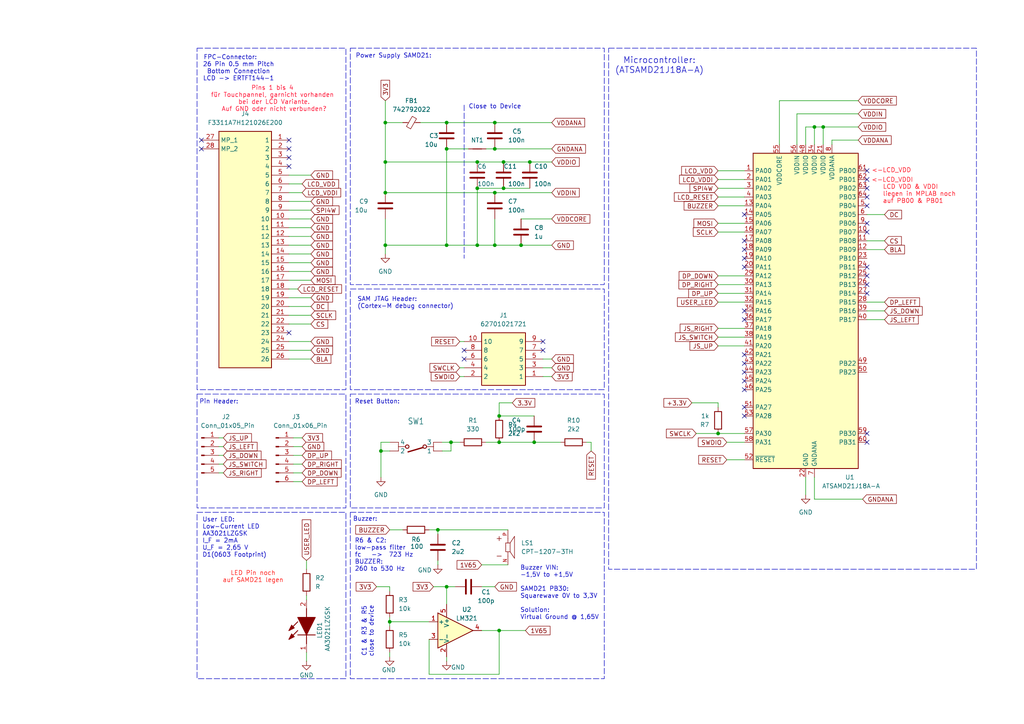
<source format=kicad_sch>
(kicad_sch (version 20250114) (generator "eeschema") (generator_version "9.0")
  (paper "A4")
  (title_block (title "MiniArcadeMainboard") (date "2025-10-29") (rev "A") (company "Felix Neumann"))
  (lib_symbols
    (symbol "Amplifier_Operational:LM321" (pin_names (offset 0.127))
      (property "Reference" "U" (at 0 7.62 0))
      (property "Value" "LM321" (at 0 5.08 0))
      (symbol "LM321_1_1"
        (pin input line (at -7.62 2.54 0) (length 2.54) (name "+") (number "1"))
        (pin input line (at -7.62 -2.54 0) (length 2.54) (name "-") (number "3"))
        (pin power_in line (at -2.54 7.62 270) (length 3.81) (name "V+") (number "5"))
        (pin power_in line (at -2.54 -7.62 90) (length 3.81) (name "V-") (number "2"))
        (pin output line (at 7.62 0 180) (length 2.54) (name "~") (number "4"))
      )
    )
    (symbol "Connector:Conn_01x05_Pin" (pin_names (offset 1.016) (hide yes))
      (property "Reference" "J" (at 0 7.62 0))
      (property "Value" "Conn_01x05_Pin" (at 0 -7.62 0))
      (symbol "Conn_01x05_Pin_1_1"
        (pin passive line (at 5.08 5.08 180) (length 3.81) (name "Pin_1") (number "1"))
        (pin passive line (at 5.08 2.54 180) (length 3.81) (name "Pin_2") (number "2"))
        (pin passive line (at 5.08 0 180) (length 3.81) (name "Pin_3") (number "3"))
        (pin passive line (at 5.08 -2.54 180) (length 3.81) (name "Pin_4") (number "4"))
        (pin passive line (at 5.08 -5.08 180) (length 3.81) (name "Pin_5") (number "5"))
      )
    )
    (symbol "Connector:Conn_01x06_Pin" (pin_names (offset 1.016) (hide yes))
      (property "Reference" "J" (at 0 7.62 0))
      (property "Value" "Conn_01x06_Pin" (at 0 -10.16 0))
      (symbol "Conn_01x06_Pin_1_1"
        (pin passive line (at 5.08 5.08 180) (length 3.81) (name "Pin_1") (number "1"))
        (pin passive line (at 5.08 2.54 180) (length 3.81) (name "Pin_2") (number "2"))
        (pin passive line (at 5.08 0 180) (length 3.81) (name "Pin_3") (number "3"))
        (pin passive line (at 5.08 -2.54 180) (length 3.81) (name "Pin_4") (number "4"))
        (pin passive line (at 5.08 -5.08 180) (length 3.81) (name "Pin_5") (number "5"))
        (pin passive line (at 5.08 -7.62 180) (length 3.81) (name "Pin_6") (number "6"))
      )
    )
    (symbol "Device:C" (pin_numbers (hide yes)) (pin_names (offset 0.254))
      (property "Reference" "C" (at 0.635 2.54 0))
      (property "Value" "C" (at 0.635 -2.54 0))
      (symbol "C_1_1"
        (pin passive line (at 0 3.81 270) (length 2.794) (name "~") (number "1"))
        (pin passive line (at 0 -3.81 90) (length 2.794) (name "~") (number "2"))
      )
    )
    (symbol "Device:FerriteBead_Small" (pin_numbers (hide yes)) (pin_names (offset 0))
      (property "Reference" "FB" (at 1.905 1.27 0))
      (property "Value" "FerriteBead_Small" (at 1.905 -1.27 0))
      (symbol "FerriteBead_Small_1_1"
        (pin passive line (at 0 2.54 270) (length 1.27) (name "~") (number "1"))
        (pin passive line (at 0 -2.54 90) (length 1.27) (name "~") (number "2"))
      )
    )
    (symbol "Device:NetTie_2" (pin_numbers (hide yes)) (pin_names (offset 0) (hide yes)) (in_bom no)
      (property "Reference" "NT" (at 0 1.27 0))
      (property "Value" "NetTie_2" (at 0 -1.27 0))
      (symbol "NetTie_2_1_1"
        (pin passive line (at -2.54 0 0) (length 2.54) (name "1") (number "1"))
        (pin passive line (at 2.54 0 180) (length 2.54) (name "2") (number "2"))
      )
    )
    (symbol "Device:R" (pin_numbers (hide yes)) (pin_names (offset 0))
      (property "Reference" "R" (at 2.032 0 90))
      (property "Value" "R" (at 0 0 90))
      (symbol "R_1_1"
        (pin passive line (at 0 3.81 270) (length 1.27) (name "~") (number "1"))
        (pin passive line (at 0 -3.81 90) (length 1.27) (name "~") (number "2"))
      )
    )
    (symbol "GND_1" (power) (pin_numbers (hide yes)) (pin_names (offset 0) (hide yes))
      (property "Value" "GND" (at 0 -3.81 0))
      (symbol "GND_1_1_1"
        (pin power_in line (at 0 0 270) (length 0) (name "~") (number "1"))
      )
    )
    (symbol "GND_2" (power) (pin_numbers (hide yes)) (pin_names (offset 0) (hide yes))
      (property "Value" "GND" (at 0 -3.81 0))
      (symbol "GND_2_1_1"
        (pin power_in line (at 0 0 270) (length 0) (name "~") (number "1"))
      )
    )
    (symbol "GND_3" (power) (pin_numbers (hide yes)) (pin_names (offset 0) (hide yes))
      (property "Value" "GND" (at 0 -3.81 0))
      (symbol "GND_3_1_1"
        (pin power_in line (at 0 0 270) (length 0) (name "~") (number "1"))
      )
    )
    (symbol "GND_4" (power) (pin_numbers (hide yes)) (pin_names (offset 0) (hide yes))
      (property "Value" "GND" (at 0 -3.81 0))
      (symbol "GND_4_1_1"
        (pin power_in line (at 0 0 270) (length 0) (name "~") (number "1"))
      )
    )
    (symbol "MCU_Microchip_SAMD:ATSAMD21J18A-A"
      (property "Reference" "U" (at -13.97 46.99 0))
      (property "Value" "ATSAMD21J18A-A" (at 16.51 46.99 0))
      (symbol "ATSAMD21J18A-A_1_1"
        (pin bidirectional line (at -17.78 40.64 0) (length 2.54) (name "PA00") (number "1"))
        (pin bidirectional line (at -17.78 38.1 0) (length 2.54) (name "PA01") (number "2"))
        (pin bidirectional line (at -17.78 35.56 0) (length 2.54) (name "PA02") (number "3"))
        (pin bidirectional line (at -17.78 33.02 0) (length 2.54) (name "PA03") (number "4"))
        (pin bidirectional line (at -17.78 30.48 0) (length 2.54) (name "PA04") (number "13"))
        (pin bidirectional line (at -17.78 27.94 0) (length 2.54) (name "PA05") (number "14"))
        (pin bidirectional line (at -17.78 25.4 0) (length 2.54) (name "PA06") (number "15"))
        (pin bidirectional line (at -17.78 22.86 0) (length 2.54) (name "PA07") (number "16"))
        (pin bidirectional line (at -17.78 20.32 0) (length 2.54) (name "PA08") (number "17"))
        (pin bidirectional line (at -17.78 17.78 0) (length 2.54) (name "PA09") (number "18"))
        (pin bidirectional line (at -17.78 15.24 0) (length 2.54) (name "PA10") (number "19"))
        (pin bidirectional line (at -17.78 12.7 0) (length 2.54) (name "PA11") (number "20"))
        (pin bidirectional line (at -17.78 10.16 0) (length 2.54) (name "PA12") (number "29"))
        (pin bidirectional line (at -17.78 7.62 0) (length 2.54) (name "PA13") (number "30"))
        (pin bidirectional line (at -17.78 5.08 0) (length 2.54) (name "PA14") (number "31"))
        (pin bidirectional line (at -17.78 2.54 0) (length 2.54) (name "PA15") (number "32"))
        (pin bidirectional line (at -17.78 0 0) (length 2.54) (name "PA16") (number "35"))
        (pin bidirectional line (at -17.78 -2.54 0) (length 2.54) (name "PA17") (number "36"))
        (pin bidirectional line (at -17.78 -5.08 0) (length 2.54) (name "PA18") (number "37"))
        (pin bidirectional line (at -17.78 -7.62 0) (length 2.54) (name "PA19") (number "38"))
        (pin bidirectional line (at -17.78 -10.16 0) (length 2.54) (name "PA20") (number "41"))
        (pin bidirectional line (at -17.78 -12.7 0) (length 2.54) (name "PA21") (number "42"))
        (pin bidirectional line (at -17.78 -15.24 0) (length 2.54) (name "PA22") (number "43"))
        (pin bidirectional line (at -17.78 -17.78 0) (length 2.54) (name "PA23") (number "44"))
        (pin bidirectional line (at -17.78 -20.32 0) (length 2.54) (name "PA24") (number "45"))
        (pin bidirectional line (at -17.78 -22.86 0) (length 2.54) (name "PA25") (number "46"))
        (pin bidirectional line (at -17.78 -27.94 0) (length 2.54) (name "PA27") (number "51"))
        (pin bidirectional line (at -17.78 -30.48 0) (length 2.54) (name "PA28") (number "53"))
        (pin bidirectional line (at -17.78 -35.56 0) (length 2.54) (name "PA30") (number "57"))
        (pin bidirectional line (at -17.78 -38.1 0) (length 2.54) (name "PA31") (number "58"))
        (pin input line (at -17.78 -43.18 0) (length 2.54) (name "~{RESET}") (number "52"))
        (pin power_out line (at -7.62 48.26 270) (length 2.54) (name "VDDCORE") (number "55"))
        (pin power_in line (at -2.54 48.26 270) (length 2.54) (name "VDDIN") (number "56"))
        (pin power_in line (at 0 48.26 270) (length 2.54) (name "VDDIO") (number "48"))
        (pin power_in line (at 0 -48.26 90) (length 2.54) (name "GND") (number "22"))
        (pin passive line (at 0 -48.26 90) (length 2.54) (hide yes) (name "GND") (number "33"))
        (pin passive line (at 0 -48.26 90) (length 2.54) (hide yes) (name "GND") (number "47"))
        (pin passive line (at 0 -48.26 90) (length 2.54) (hide yes) (name "GND") (number "54"))
        (pin power_in line (at 2.54 48.26 270) (length 2.54) (name "VDDIO") (number "34"))
        (pin power_in line (at 2.54 -48.26 90) (length 2.54) (name "GNDANA") (number "7"))
        (pin power_in line (at 5.08 48.26 270) (length 2.54) (name "VDDIO") (number "21"))
        (pin power_in line (at 7.62 48.26 270) (length 2.54) (name "VDDANA") (number "8"))
        (pin bidirectional line (at 17.78 40.64 180) (length 2.54) (name "PB00") (number "61"))
        (pin bidirectional line (at 17.78 38.1 180) (length 2.54) (name "PB01") (number "62"))
        (pin bidirectional line (at 17.78 35.56 180) (length 2.54) (name "PB02") (number "63"))
        (pin bidirectional line (at 17.78 33.02 180) (length 2.54) (name "PB03") (number "64"))
        (pin bidirectional line (at 17.78 30.48 180) (length 2.54) (name "PB04") (number "5"))
        (pin bidirectional line (at 17.78 27.94 180) (length 2.54) (name "PB05") (number "6"))
        (pin bidirectional line (at 17.78 25.4 180) (length 2.54) (name "PB06") (number "9"))
        (pin bidirectional line (at 17.78 22.86 180) (length 2.54) (name "PB07") (number "10"))
        (pin bidirectional line (at 17.78 20.32 180) (length 2.54) (name "PB08") (number "11"))
        (pin bidirectional line (at 17.78 17.78 180) (length 2.54) (name "PB09") (number "12"))
        (pin bidirectional line (at 17.78 15.24 180) (length 2.54) (name "PB10") (number "23"))
        (pin bidirectional line (at 17.78 12.7 180) (length 2.54) (name "PB11") (number "24"))
        (pin bidirectional line (at 17.78 10.16 180) (length 2.54) (name "PB12") (number "25"))
        (pin bidirectional line (at 17.78 7.62 180) (length 2.54) (name "PB13") (number "26"))
        (pin bidirectional line (at 17.78 5.08 180) (length 2.54) (name "PB14") (number "27"))
        (pin bidirectional line (at 17.78 2.54 180) (length 2.54) (name "PB15") (number "28"))
        (pin bidirectional line (at 17.78 0 180) (length 2.54) (name "PB16") (number "39"))
        (pin bidirectional line (at 17.78 -2.54 180) (length 2.54) (name "PB17") (number "40"))
        (pin bidirectional line (at 17.78 -15.24 180) (length 2.54) (name "PB22") (number "49"))
        (pin bidirectional line (at 17.78 -17.78 180) (length 2.54) (name "PB23") (number "50"))
        (pin bidirectional line (at 17.78 -35.56 180) (length 2.54) (name "PB30") (number "59"))
        (pin bidirectional line (at 17.78 -38.1 180) (length 2.54) (name "PB31") (number "60"))
      )
    )
    (symbol "MainBoard:62701021721"
      (property "Reference" "J" (at 19.05 7.62 0))
      (property "Value" "62701021721" (at 19.05 5.08 0))
      (symbol "62701021721_1_1"
        (pin passive line (at 0 0 0) (length 5.08) (name "10") (number "10"))
        (pin passive line (at 0 -2.54 0) (length 5.08) (name "8") (number "8"))
        (pin passive line (at 0 -5.08 0) (length 5.08) (name "6") (number "6"))
        (pin passive line (at 0 -7.62 0) (length 5.08) (name "4") (number "4"))
        (pin passive line (at 0 -10.16 0) (length 5.08) (name "2") (number "2"))
        (pin passive line (at 22.86 0 180) (length 5.08) (name "9") (number "9"))
        (pin passive line (at 22.86 -2.54 180) (length 5.08) (name "7") (number "7"))
        (pin passive line (at 22.86 -5.08 180) (length 5.08) (name "5") (number "5"))
        (pin passive line (at 22.86 -7.62 180) (length 5.08) (name "3") (number "3"))
        (pin passive line (at 22.86 -10.16 180) (length 5.08) (name "1") (number "1"))
      )
    )
    (symbol "MainBoard:AA3021LZGSK" (pin_names (hide yes))
      (property "Reference" "LED" (at 12.7 8.89 0))
      (property "Value" "AA3021LZGSK" (at 12.7 6.35 0))
      (symbol "AA3021LZGSK_1_1"
        (pin passive line (at 0 0 0) (length 2.54) (name "K") (number "1"))
        (pin passive line (at 15.24 0 180) (length 2.54) (name "A") (number "2"))
      )
    )
    (symbol "MainBoard:CPT-1207-3TH" (pin_names (offset 1.016))
      (property "Reference" "LS" (at -3.8237 8.922 0))
      (property "Value" "CPT-1207-3TH" (at -3.8225 -11.4677 0))
      (symbol "CPT-1207-3TH_0_0"
        (pin passive line (at 0 5.08 270) (length 2.54) (name "~") (number "P"))
        (pin passive line (at 0 -5.08 90) (length 2.54) (name "~") (number "N"))
      )
    )
    (symbol "MainBoard:F3311A7H121026E200"
      (property "Reference" "J" (at 21.59 7.62 0))
      (property "Value" "F3311A7H121026E200" (at 21.59 5.08 0))
      (symbol "F3311A7H121026E200_1_1"
        (pin passive line (at 0 0 0) (length 5.08) (name "MP_1") (number "27"))
        (pin passive line (at 0 -2.54 0) (length 5.08) (name "MP_2") (number "28"))
        (pin passive line (at 25.4 0 180) (length 5.08) (name "1") (number "1"))
        (pin passive line (at 25.4 -2.54 180) (length 5.08) (name "2") (number "2"))
        (pin passive line (at 25.4 -5.08 180) (length 5.08) (name "3") (number "3"))
        (pin passive line (at 25.4 -7.62 180) (length 5.08) (name "4") (number "4"))
        (pin passive line (at 25.4 -10.16 180) (length 5.08) (name "5") (number "5"))
        (pin passive line (at 25.4 -12.7 180) (length 5.08) (name "6") (number "6"))
        (pin passive line (at 25.4 -15.24 180) (length 5.08) (name "7") (number "7"))
        (pin passive line (at 25.4 -17.78 180) (length 5.08) (name "8") (number "8"))
        (pin passive line (at 25.4 -20.32 180) (length 5.08) (name "9") (number "9"))
        (pin passive line (at 25.4 -22.86 180) (length 5.08) (name "10") (number "10"))
        (pin passive line (at 25.4 -25.4 180) (length 5.08) (name "11") (number "11"))
        (pin passive line (at 25.4 -27.94 180) (length 5.08) (name "12") (number "12"))
        (pin passive line (at 25.4 -30.48 180) (length 5.08) (name "13") (number "13"))
        (pin passive line (at 25.4 -33.02 180) (length 5.08) (name "14") (number "14"))
        (pin passive line (at 25.4 -35.56 180) (length 5.08) (name "15") (number "15"))
        (pin passive line (at 25.4 -38.1 180) (length 5.08) (name "16") (number "16"))
        (pin passive line (at 25.4 -40.64 180) (length 5.08) (name "17") (number "17"))
        (pin passive line (at 25.4 -43.18 180) (length 5.08) (name "18") (number "18"))
        (pin passive line (at 25.4 -45.72 180) (length 5.08) (name "19") (number "19"))
        (pin passive line (at 25.4 -48.26 180) (length 5.08) (name "20") (number "20"))
        (pin passive line (at 25.4 -50.8 180) (length 5.08) (name "21") (number "21"))
        (pin passive line (at 25.4 -53.34 180) (length 5.08) (name "22") (number "22"))
        (pin passive line (at 25.4 -55.88 180) (length 5.08) (name "23") (number "23"))
        (pin passive line (at 25.4 -58.42 180) (length 5.08) (name "24") (number "24"))
        (pin passive line (at 25.4 -60.96 180) (length 5.08) (name "25") (number "25"))
        (pin passive line (at 25.4 -63.5 180) (length 5.08) (name "26") (number "26"))
      )
    )
    (symbol "MexleComponents:EVPAA"
      (property "Reference" "SW" (at -2.54 2.54 0))
      (symbol "EVPAA_1_0"
        (pin passive line (at -7.62 1.27 0) (length 2.54) (name "1") (number "1"))
        (pin passive line (at -7.62 -1.27 0) (length 2.54) (name "3") (number "3"))
        (pin passive line (at 7.62 1.27 180) (length 2.54) (name "2") (number "2"))
        (pin passive line (at 7.62 -1.27 180) (length 2.54) (name "4") (number "4"))
      )
    )
    (symbol "power:GND" (power) (pin_names (offset 0))
      (property "Value" "GND" (at 0 -3.81 0))
      (symbol "GND_1_1"
        (pin power_in line (at 0 0 270) (length 0) (hide yes) (name "GND") (number "1"))
      )
    )
  )
  (rectangle (start 101.6 13.97) (end 175.26 82.55) (stroke (width 0) (type dash)))
  (rectangle (start 101.6 114.3) (end 175.26 147.32) (stroke (width 0) (type dash)))
  (rectangle (start 57.15 148.59) (end 100.33 196.85) (stroke (width 0) (type dash)))
  (rectangle (start 101.6 148.59) (end 175.26 196.85) (stroke (width 0) (type dash)))
  (rectangle (start 57.15 13.97) (end 100.33 113.03) (stroke (width 0) (type dash)))
  (rectangle (start 57.15 114.3) (end 100.33 147.32) (stroke (width 0) (type dash)))
  (rectangle (start 176.53 13.97) (end 283.21 165.1) (stroke (width 0) (type dash)))
  (rectangle (start 101.6 83.82) (end 175.26 113.03) (stroke (width 0) (type dash)))
  (text "Power Supply SAMD21:\n" (at 103.124 17.018 0) (effects (font (size 1.27 1.27)) (justify left bottom)))
  (text "LCD VDD & VDDI \nliegen in MPLAB noch \nauf PB00 & PB01" (at 256.032 56.388 0) (effects (font (size 1.27 1.27)) (justify left)))
  (text "SAM JTAG Header:\n(Cortex-M debug connector)" (at 103.632 89.662 0) (effects (font (size 1.27 1.27)) (justify left bottom)))
  (text "Buzzer:\n" (at 105.918 150.622 0) (effects (font (size 1.27 1.27))))
  (text "User LED:\nLow-Current LED\nAA3021LZGSK\nI_F = 2mA\nU_F = 2,65 V\nD1(0603 Footprint)" (at 58.674 161.798 0) (effects (font (size 1.27 1.27)) (justify left bottom)))
  (text "LED Pin noch\nauf SAMD21 legen\n" (at 73.406 167.386 0) (effects (font (size 1.27 1.27))))
  (text "Reset Button:\n\n\n" (at 102.87 121.412 0) (effects (font (size 1.27 1.27)) (justify left bottom)))
  (text "<-LCD_VDD" (at 258.572 49.53 0) (effects (font (size 1.27 1.27))))
  (text "Microcontroller:\n(ATSAMD21J18A-A)" (at 191.262 19.05 0) (effects (font (size 1.778 1.778))))
  (text "Pins 1 bis 4 \nfür Touchpannel, garnicht vorhanden \nbei der LCD Variante.\nAuf GND oder nicht verbunden?\n" (at 79.502 28.702 0) (effects (font (size 1.27 1.27))))
  (text "Pin Header:\n" (at 63.5 116.586 0) (effects (font (size 1.27 1.27))))
  (text "R6 & C2:\nlow-pass filter\nfc	->	723 Hz\nBUZZER:\n260 to 530 Hz\n\n" (at 102.87 162.052 0) (effects (font (size 1.27 1.27)) (justify left)))
  (text "FPC-Connector:\n	26 Pin 0.5 mm Pitch\n	Bottom Connection\n	LCD -> ERTFT144-1" (at 66.802 19.812 0) (effects (font (size 1.27 1.27))))
  (text "Close to Device" (at 135.89 31.75 0) (effects (font (size 1.27 1.27)) (justify left bottom)))
  (text "Buzzer VIN:\n-1,5V to +1,5V\n\nSAMD21 PB30:\nSquarewave 0V to 3,3V\n\nSolution:\nVirtual Ground @ 1,65V" (at 150.876 171.958 0) (effects (font (size 1.27 1.27)) (justify left)))
  (text "<-LCD_VDDI\n\n" (at 258.826 53.34 0) (effects (font (size 1.27 1.27))))
  (text "C1 & R3 & R5\nclose to device\n" (at 108.458 183.134 90) (effects (font (size 1.27 1.27)) (justify bottom)))
  (junction (at 113.03 180.34))
  (junction (at 129.54 43.18))
  (junction (at 143.51 43.18))
  (junction (at 127 153.67))
  (junction (at 138.43 54.61))
  (junction (at 111.76 55.88))
  (junction (at 130.81 128.27))
  (junction (at 143.51 71.12))
  (junction (at 154.94 128.27))
  (junction (at 238.76 36.83))
  (junction (at 143.51 55.88))
  (junction (at 153.67 46.99))
  (junction (at 111.76 46.99))
  (junction (at 146.05 54.61))
  (junction (at 151.13 71.12))
  (junction (at 144.78 128.27))
  (junction (at 129.54 35.56))
  (junction (at 146.05 46.99))
  (junction (at 129.54 170.18))
  (junction (at 236.22 36.83))
  (junction (at 111.76 35.56))
  (junction (at 144.78 120.65))
  (junction (at 138.43 71.12))
  (junction (at 129.54 71.12))
  (junction (at 138.43 46.99))
  (junction (at 143.51 35.56))
  (junction (at 208.28 125.73))
  (junction (at 144.78 182.88))
  (junction (at 110.49 130.81))
  (junction (at 111.76 71.12))
  (no_connect (at 251.46 82.55))
  (no_connect (at 251.46 85.09))
  (no_connect (at 215.9 62.23))
  (no_connect (at 157.48 101.6))
  (no_connect (at 215.9 113.03))
  (no_connect (at 134.62 104.14))
  (no_connect (at 251.46 125.73))
  (no_connect (at 83.82 43.18))
  (no_connect (at 215.9 69.85))
  (no_connect (at 215.9 74.93))
  (no_connect (at 215.9 102.87))
  (no_connect (at 251.46 52.07))
  (no_connect (at 83.82 40.64))
  (no_connect (at 157.48 99.06))
  (no_connect (at 215.9 90.17))
  (no_connect (at 251.46 59.69))
  (no_connect (at 251.46 128.27))
  (no_connect (at 251.46 57.15))
  (no_connect (at 215.9 118.11))
  (no_connect (at 251.46 49.53))
  (no_connect (at 251.46 77.47))
  (no_connect (at 83.82 96.52))
  (no_connect (at 215.9 105.41))
  (no_connect (at 215.9 72.39))
  (no_connect (at 134.62 101.6))
  (no_connect (at 251.46 67.31))
  (no_connect (at 251.46 80.01))
  (no_connect (at 215.9 110.49))
  (no_connect (at 251.46 64.77))
  (no_connect (at 58.42 40.64))
  (no_connect (at 215.9 107.95))
  (no_connect (at 251.46 54.61))
  (no_connect (at 58.42 43.18))
  (no_connect (at 215.9 120.65))
  (no_connect (at 215.9 92.71))
  (no_connect (at 83.82 45.72))
  (no_connect (at 215.9 77.47))
  (no_connect (at 83.82 48.26))
  (wire (pts (xy 208.28 116.84) (xy 208.28 118.11)))
  (wire (pts (xy 63.5 137.16) (xy 64.77 137.16)))
  (wire (pts (xy 143.51 55.88) (xy 160.02 55.88)))
  (wire (pts (xy 208.28 54.61) (xy 215.9 54.61)))
  (wire (pts (xy 83.82 86.36) (xy 90.17 86.36)))
  (wire (pts (xy 83.82 88.9) (xy 90.17 88.9)))
  (wire (pts (xy 88.9 162.56) (xy 88.9 165.1)))
  (wire (pts (xy 111.76 29.21) (xy 111.76 35.56)))
  (wire (pts (xy 83.82 60.96) (xy 90.17 60.96)))
  (wire (pts (xy 208.28 49.53) (xy 215.9 49.53)))
  (wire (pts (xy 241.3 40.64) (xy 248.92 40.64)))
  (wire (pts (xy 83.82 55.88) (xy 87.63 55.88)))
  (wire (pts (xy 113.03 170.18) (xy 113.03 171.45)))
  (wire (pts (xy 110.49 128.27) (xy 110.49 130.81)))
  (wire (pts (xy 129.54 35.56) (xy 143.51 35.56)))
  (wire (pts (xy 140.97 43.18) (xy 143.51 43.18)))
  (wire (pts (xy 208.28 87.63) (xy 215.9 87.63)))
  (wire (pts (xy 129.54 43.18) (xy 129.54 71.12)))
  (wire (pts (xy 109.22 170.18) (xy 113.03 170.18)))
  (wire (pts (xy 236.22 144.78) (xy 250.19 144.78)))
  (wire (pts (xy 208.28 97.79) (xy 215.9 97.79)))
  (wire (pts (xy 241.3 41.91) (xy 241.3 40.64)))
  (wire (pts (xy 88.9 191.77) (xy 88.9 189.23)))
  (wire (pts (xy 157.48 106.68) (xy 160.02 106.68)))
  (wire (pts (xy 129.54 170.18) (xy 132.08 170.18)))
  (wire (pts (xy 63.5 129.54) (xy 64.77 129.54)))
  (wire (pts (xy 143.51 63.5) (xy 143.51 71.12)))
  (wire (pts (xy 110.49 130.81) (xy 113.03 130.81)))
  (wire (pts (xy 111.76 35.56) (xy 111.76 46.99)))
  (wire (pts (xy 208.28 59.69) (xy 215.9 59.69)))
  (wire (pts (xy 233.68 138.43) (xy 233.68 143.51)))
  (wire (pts (xy 130.81 130.81) (xy 130.81 128.27)))
  (wire (pts (xy 208.28 82.55) (xy 215.9 82.55)))
  (wire (pts (xy 113.03 180.34) (xy 124.46 180.34)))
  (wire (pts (xy 139.7 163.83) (xy 147.32 163.83)))
  (wire (pts (xy 236.22 36.83) (xy 238.76 36.83)))
  (wire (pts (xy 210.82 128.27) (xy 215.9 128.27)))
  (wire (pts (xy 125.73 170.18) (xy 129.54 170.18)))
  (wire (pts (xy 128.27 128.27) (xy 130.81 128.27)))
  (wire (pts (xy 85.09 132.08) (xy 87.63 132.08)))
  (wire (pts (xy 83.82 63.5) (xy 90.17 63.5)))
  (wire (pts (xy 208.28 67.31) (xy 215.9 67.31)))
  (wire (pts (xy 233.68 41.91) (xy 233.68 36.83)))
  (wire (pts (xy 231.14 41.91) (xy 231.14 33.02)))
  (wire (pts (xy 83.82 101.6) (xy 90.17 101.6)))
  (wire (pts (xy 83.82 76.2) (xy 90.17 76.2)))
  (wire (pts (xy 83.82 81.28) (xy 90.17 81.28)))
  (wire (pts (xy 63.5 134.62) (xy 64.77 134.62)))
  (wire (pts (xy 111.76 71.12) (xy 129.54 71.12)))
  (wire (pts (xy 127 153.67) (xy 127 154.94)))
  (wire (pts (xy 171.45 128.27) (xy 170.18 128.27)))
  (wire (pts (xy 148.59 116.84) (xy 144.78 116.84)))
  (wire (pts (xy 124.46 153.67) (xy 127 153.67)))
  (wire (pts (xy 83.82 78.74) (xy 90.17 78.74)))
  (wire (pts (xy 231.14 33.02) (xy 248.92 33.02)))
  (polyline (pts (xy 134.62 30.48) (xy 134.62 74.93)) (stroke (width 0) (type dash)))
  (wire (pts (xy 251.46 69.85) (xy 256.54 69.85)))
  (wire (pts (xy 208.28 125.73) (xy 215.9 125.73)))
  (wire (pts (xy 133.35 106.68) (xy 134.62 106.68)))
  (wire (pts (xy 208.28 57.15) (xy 215.9 57.15)))
  (wire (pts (xy 111.76 71.12) (xy 111.76 73.66)))
  (wire (pts (xy 236.22 41.91) (xy 236.22 36.83)))
  (wire (pts (xy 88.9 173.99) (xy 88.9 172.72)))
  (wire (pts (xy 127 162.56) (xy 127 163.83)))
  (wire (pts (xy 110.49 130.81) (xy 110.49 138.43)))
  (wire (pts (xy 238.76 41.91) (xy 238.76 36.83)))
  (wire (pts (xy 111.76 63.5) (xy 111.76 71.12)))
  (wire (pts (xy 151.13 71.12) (xy 160.02 71.12)))
  (wire (pts (xy 210.82 133.35) (xy 215.9 133.35)))
  (wire (pts (xy 144.78 195.58) (xy 144.78 182.88)))
  (wire (pts (xy 208.28 100.33) (xy 215.9 100.33)))
  (wire (pts (xy 201.93 125.73) (xy 208.28 125.73)))
  (wire (pts (xy 113.03 180.34) (xy 113.03 181.61)))
  (wire (pts (xy 251.46 62.23) (xy 256.54 62.23)))
  (wire (pts (xy 129.54 190.5) (xy 129.54 191.77)))
  (wire (pts (xy 133.35 109.22) (xy 134.62 109.22)))
  (wire (pts (xy 157.48 104.14) (xy 160.02 104.14)))
  (wire (pts (xy 139.7 182.88) (xy 144.78 182.88)))
  (wire (pts (xy 83.82 66.04) (xy 90.17 66.04)))
  (wire (pts (xy 233.68 36.83) (xy 236.22 36.83)))
  (wire (pts (xy 121.92 35.56) (xy 129.54 35.56)))
  (wire (pts (xy 251.46 92.71) (xy 256.54 92.71)))
  (wire (pts (xy 143.51 43.18) (xy 160.02 43.18)))
  (wire (pts (xy 251.46 87.63) (xy 256.54 87.63)))
  (wire (pts (xy 236.22 138.43) (xy 236.22 144.78)))
  (wire (pts (xy 138.43 46.99) (xy 146.05 46.99)))
  (wire (pts (xy 140.97 128.27) (xy 144.78 128.27)))
  (wire (pts (xy 85.09 127) (xy 87.63 127)))
  (wire (pts (xy 238.76 36.83) (xy 248.92 36.83)))
  (wire (pts (xy 144.78 182.88) (xy 152.4 182.88)))
  (wire (pts (xy 85.09 134.62) (xy 87.63 134.62)))
  (wire (pts (xy 83.82 50.8) (xy 90.17 50.8)))
  (wire (pts (xy 208.28 80.01) (xy 215.9 80.01)))
  (wire (pts (xy 143.51 71.12) (xy 151.13 71.12)))
  (wire (pts (xy 83.82 91.44) (xy 90.17 91.44)))
  (wire (pts (xy 63.5 132.08) (xy 64.77 132.08)))
  (wire (pts (xy 83.82 104.14) (xy 90.17 104.14)))
  (wire (pts (xy 133.35 99.06) (xy 134.62 99.06)))
  (wire (pts (xy 139.7 170.18) (xy 143.51 170.18)))
  (wire (pts (xy 153.67 46.99) (xy 160.02 46.99)))
  (wire (pts (xy 124.46 185.42) (xy 124.46 195.58)))
  (wire (pts (xy 83.82 53.34) (xy 87.63 53.34)))
  (wire (pts (xy 113.03 128.27) (xy 110.49 128.27)))
  (wire (pts (xy 124.46 195.58) (xy 144.78 195.58)))
  (wire (pts (xy 129.54 71.12) (xy 138.43 71.12)))
  (wire (pts (xy 85.09 129.54) (xy 87.63 129.54)))
  (wire (pts (xy 144.78 120.65) (xy 154.94 120.65)))
  (wire (pts (xy 85.09 139.7) (xy 87.63 139.7)))
  (wire (pts (xy 113.03 189.23) (xy 113.03 190.5)))
  (wire (pts (xy 127 153.67) (xy 147.32 153.67)))
  (wire (pts (xy 111.76 46.99) (xy 111.76 55.88)))
  (wire (pts (xy 129.54 43.18) (xy 135.89 43.18)))
  (wire (pts (xy 83.82 93.98) (xy 90.17 93.98)))
  (wire (pts (xy 111.76 35.56) (xy 116.84 35.56)))
  (wire (pts (xy 83.82 71.12) (xy 90.17 71.12)))
  (wire (pts (xy 138.43 71.12) (xy 143.51 71.12)))
  (wire (pts (xy 208.28 64.77) (xy 215.9 64.77)))
  (wire (pts (xy 83.82 58.42) (xy 90.17 58.42)))
  (wire (pts (xy 157.48 109.22) (xy 160.02 109.22)))
  (wire (pts (xy 154.94 128.27) (xy 162.56 128.27)))
  (wire (pts (xy 171.45 130.81) (xy 171.45 128.27)))
  (wire (pts (xy 143.51 35.56) (xy 160.02 35.56)))
  (wire (pts (xy 129.54 175.26) (xy 129.54 170.18)))
  (wire (pts (xy 208.28 95.25) (xy 215.9 95.25)))
  (wire (pts (xy 200.66 116.84) (xy 208.28 116.84)))
  (wire (pts (xy 111.76 55.88) (xy 143.51 55.88)))
  (wire (pts (xy 83.82 99.06) (xy 90.17 99.06)))
  (wire (pts (xy 85.09 137.16) (xy 87.63 137.16)))
  (wire (pts (xy 144.78 116.84) (xy 144.78 120.65)))
  (wire (pts (xy 83.82 68.58) (xy 90.17 68.58)))
  (wire (pts (xy 130.81 128.27) (xy 133.35 128.27)))
  (wire (pts (xy 226.06 29.21) (xy 248.92 29.21)))
  (wire (pts (xy 111.76 46.99) (xy 138.43 46.99)))
  (wire (pts (xy 208.28 52.07) (xy 215.9 52.07)))
  (wire (pts (xy 138.43 54.61) (xy 138.43 71.12)))
  (wire (pts (xy 208.28 85.09) (xy 215.9 85.09)))
  (wire (pts (xy 138.43 54.61) (xy 146.05 54.61)))
  (wire (pts (xy 144.78 128.27) (xy 154.94 128.27)))
  (wire (pts (xy 251.46 90.17) (xy 256.54 90.17)))
  (wire (pts (xy 146.05 46.99) (xy 153.67 46.99)))
  (wire (pts (xy 226.06 41.91) (xy 226.06 29.21)))
  (wire (pts (xy 113.03 153.67) (xy 116.84 153.67)))
  (wire (pts (xy 83.82 73.66) (xy 90.17 73.66)))
  (wire (pts (xy 63.5 127) (xy 64.77 127)))
  (wire (pts (xy 146.05 54.61) (xy 153.67 54.61)))
  (wire (pts (xy 251.46 72.39) (xy 256.54 72.39)))
  (wire (pts (xy 113.03 179.07) (xy 113.03 180.34)))
  (wire (pts (xy 128.27 130.81) (xy 130.81 130.81)))
  (wire (pts (xy 151.13 63.5) (xy 160.02 63.5)))
  (wire (pts (xy 83.82 83.82) (xy 86.36 83.82)))
  (global_label "LCD_RESET" (shape input) (at 208.28 57.15 180) (property "Intersheetrefs" "${INTERSHEET_REFS}" (effects (hide yes))))
  (global_label "GND" (shape input) (at 160.02 104.14 0) (property "Intersheetrefs" "${INTERSHEET_REFS}" (effects (hide yes))))
  (global_label "VDDANA" (shape input) (at 248.92 40.64 0) (property "Intersheetrefs" "${INTERSHEET_REFS}" (effects (hide yes))))
  (global_label "LCD_VDD" (shape input) (at 208.28 49.53 180) (property "Intersheetrefs" "${INTERSHEET_REFS}" (effects (hide yes))))
  (global_label "RESET" (shape input) (at 133.35 99.06 180) (property "Intersheetrefs" "${INTERSHEET_REFS}" (effects (hide yes))))
  (global_label "GND" (shape input) (at 90.17 86.36 0) (property "Intersheetrefs" "${INTERSHEET_REFS}" (effects (hide yes))))
  (global_label "LCD_VDDI" (shape input) (at 87.63 55.88 0) (property "Intersheetrefs" "${INTERSHEET_REFS}" (effects (hide yes))))
  (global_label "GNDANA" (shape input) (at 160.02 43.18 0) (property "Intersheetrefs" "${INTERSHEET_REFS}" (effects (hide yes))))
  (global_label "DP_DOWN" (shape input) (at 208.28 80.01 180) (property "Intersheetrefs" "${INTERSHEET_REFS}" (effects (hide yes))))
  (global_label "3V3" (shape input) (at 87.63 127 0) (property "Intersheetrefs" "${INTERSHEET_REFS}" (effects (hide yes))))
  (global_label "3V3" (shape input) (at 160.02 109.22 0) (property "Intersheetrefs" "${INTERSHEET_REFS}" (effects (hide yes))))
  (global_label "DP_UP" (shape input) (at 208.28 85.09 180) (property "Intersheetrefs" "${INTERSHEET_REFS}" (effects (hide yes))))
  (global_label "GND" (shape input) (at 90.17 71.12 0) (property "Intersheetrefs" "${INTERSHEET_REFS}" (effects (hide yes))))
  (global_label "RESET" (shape input) (at 210.82 133.35 180) (property "Intersheetrefs" "${INTERSHEET_REFS}" (effects (hide yes))))
  (global_label "CS" (shape input) (at 256.54 69.85 0) (property "Intersheetrefs" "${INTERSHEET_REFS}" (effects (hide yes))))
  (global_label "LCD_VDDI" (shape input) (at 208.28 52.07 180) (property "Intersheetrefs" "${INTERSHEET_REFS}" (effects (hide yes))))
  (global_label "GND" (shape input) (at 87.63 129.54 0) (property "Intersheetrefs" "${INTERSHEET_REFS}" (effects (hide yes))))
  (global_label "VDDCORE" (shape input) (at 248.92 29.21 0) (property "Intersheetrefs" "${INTERSHEET_REFS}" (effects (hide yes))))
  (global_label "JS_UP" (shape input) (at 208.28 100.33 180) (property "Intersheetrefs" "${INTERSHEET_REFS}" (effects (hide yes))))
  (global_label "GND" (shape input) (at 90.17 78.74 0) (property "Intersheetrefs" "${INTERSHEET_REFS}" (effects (hide yes))))
  (global_label "BLA" (shape input) (at 90.17 104.14 0) (property "Intersheetrefs" "${INTERSHEET_REFS}" (effects (hide yes))))
  (global_label "BUZZER" (shape input) (at 113.03 153.67 180) (property "Intersheetrefs" "${INTERSHEET_REFS}" (effects (hide yes))))
  (global_label "JS_UP" (shape input) (at 64.77 127 0) (property "Intersheetrefs" "${INTERSHEET_REFS}" (effects (hide yes))))
  (global_label "3V3" (shape input) (at 125.73 170.18 180) (property "Intersheetrefs" "${INTERSHEET_REFS}" (effects (hide yes))))
  (global_label "DP_DOWN" (shape input) (at 87.63 137.16 0) (property "Intersheetrefs" "${INTERSHEET_REFS}" (effects (hide yes))))
  (global_label "DP_LEFT" (shape input) (at 256.54 87.63 0) (property "Intersheetrefs" "${INTERSHEET_REFS}" (effects (hide yes))))
  (global_label "DP_UP" (shape input) (at 87.63 132.08 0) (property "Intersheetrefs" "${INTERSHEET_REFS}" (effects (hide yes))))
  (global_label "GNDANA" (shape input) (at 250.19 144.78 0) (property "Intersheetrefs" "${INTERSHEET_REFS}" (effects (hide yes))))
  (global_label "+3.3V" (shape input) (at 200.66 116.84 180) (property "Intersheetrefs" "${INTERSHEET_REFS}" (effects (hide yes))))
  (global_label "GND" (shape input) (at 90.17 50.8 0) (property "Intersheetrefs" "${INTERSHEET_REFS}" (effects (hide yes))))
  (global_label "SWCLK" (shape input) (at 133.35 106.68 180) (property "Intersheetrefs" "${INTERSHEET_REFS}" (effects (hide yes))))
  (global_label "SPI4W" (shape input) (at 208.28 54.61 180) (property "Intersheetrefs" "${INTERSHEET_REFS}" (effects (hide yes))))
  (global_label "GND" (shape input) (at 160.02 106.68 0) (property "Intersheetrefs" "${INTERSHEET_REFS}" (effects (hide yes))))
  (global_label "JS_SWITCH" (shape input) (at 208.28 97.79 180) (property "Intersheetrefs" "${INTERSHEET_REFS}" (effects (hide yes))))
  (global_label "SCLK" (shape input) (at 208.28 67.31 180) (property "Intersheetrefs" "${INTERSHEET_REFS}" (effects (hide yes))))
  (global_label "DC" (shape input) (at 256.54 62.23 0) (property "Intersheetrefs" "${INTERSHEET_REFS}" (effects (hide yes))))
  (global_label "JS_DOWN" (shape input) (at 256.54 90.17 0) (property "Intersheetrefs" "${INTERSHEET_REFS}" (effects (hide yes))))
  (global_label "GND" (shape input) (at 90.17 76.2 0) (property "Intersheetrefs" "${INTERSHEET_REFS}" (effects (hide yes))))
  (global_label "GND" (shape input) (at 90.17 99.06 0) (property "Intersheetrefs" "${INTERSHEET_REFS}" (effects (hide yes))))
  (global_label "LCD_VDD" (shape input) (at 87.63 53.34 0) (property "Intersheetrefs" "${INTERSHEET_REFS}" (effects (hide yes))))
  (global_label "USER_LED" (shape input) (at 88.9 162.56 90) (property "Intersheetrefs" "${INTERSHEET_REFS}" (effects (hide yes))))
  (global_label "GND" (shape input) (at 90.17 63.5 0) (property "Intersheetrefs" "${INTERSHEET_REFS}" (effects (hide yes))))
  (global_label "JS_SWITCH" (shape input) (at 64.77 134.62 0) (property "Intersheetrefs" "${INTERSHEET_REFS}" (effects (hide yes))))
  (global_label "GND" (shape input) (at 90.17 73.66 0) (property "Intersheetrefs" "${INTERSHEET_REFS}" (effects (hide yes))))
  (global_label "VDDCORE" (shape input) (at 160.02 63.5 0) (property "Intersheetrefs" "${INTERSHEET_REFS}" (effects (hide yes))))
  (global_label "3V3" (shape input) (at 109.22 170.18 180) (property "Intersheetrefs" "${INTERSHEET_REFS}" (effects (hide yes))))
  (global_label "VDDANA" (shape input) (at 160.02 35.56 0) (property "Intersheetrefs" "${INTERSHEET_REFS}" (effects (hide yes))))
  (global_label "3.3V" (shape input) (at 148.59 116.84 0) (property "Intersheetrefs" "${INTERSHEET_REFS}" (effects (hide yes))))
  (global_label "MOSI" (shape input) (at 208.28 64.77 180) (property "Intersheetrefs" "${INTERSHEET_REFS}" (effects (hide yes))))
  (global_label "1V65" (shape input) (at 139.7 163.83 180) (property "Intersheetrefs" "${INTERSHEET_REFS}" (effects (hide yes))))
  (global_label "DP_LEFT" (shape input) (at 87.63 139.7 0) (property "Intersheetrefs" "${INTERSHEET_REFS}" (effects (hide yes))))
  (global_label "GND" (shape input) (at 90.17 101.6 0) (property "Intersheetrefs" "${INTERSHEET_REFS}" (effects (hide yes))))
  (global_label "JS_LEFT" (shape input) (at 64.77 129.54 0) (property "Intersheetrefs" "${INTERSHEET_REFS}" (effects (hide yes))))
  (global_label "SPI4W" (shape input) (at 90.17 60.96 0) (property "Intersheetrefs" "${INTERSHEET_REFS}" (effects (hide yes))))
  (global_label "GND" (shape input) (at 90.17 68.58 0) (property "Intersheetrefs" "${INTERSHEET_REFS}" (effects (hide yes))))
  (global_label "1V65" (shape input) (at 152.4 182.88 0) (property "Intersheetrefs" "${INTERSHEET_REFS}" (effects (hide yes))))
  (global_label "GND" (shape input) (at 160.02 71.12 0) (property "Intersheetrefs" "${INTERSHEET_REFS}" (effects (hide yes))))
  (global_label "SWDIO" (shape input) (at 210.82 128.27 180) (property "Intersheetrefs" "${INTERSHEET_REFS}" (effects (hide yes))))
  (global_label "USER_LED" (shape input) (at 208.28 87.63 180) (property "Intersheetrefs" "${INTERSHEET_REFS}" (effects (hide yes))))
  (global_label "3V3" (shape input) (at 111.76 29.21 90) (property "Intersheetrefs" "${INTERSHEET_REFS}" (effects (hide yes))))
  (global_label "VDDIN" (shape input) (at 248.92 33.02 0) (property "Intersheetrefs" "${INTERSHEET_REFS}" (effects (hide yes))))
  (global_label "SWCLK" (shape input) (at 201.93 125.73 180) (property "Intersheetrefs" "${INTERSHEET_REFS}" (effects (hide yes))))
  (global_label "JS_RIGHT" (shape input) (at 64.77 137.16 0) (property "Intersheetrefs" "${INTERSHEET_REFS}" (effects (hide yes))))
  (global_label "DP_RIGHT" (shape input) (at 87.63 134.62 0) (property "Intersheetrefs" "${INTERSHEET_REFS}" (effects (hide yes))))
  (global_label "SCLK" (shape input) (at 90.17 91.44 0) (property "Intersheetrefs" "${INTERSHEET_REFS}" (effects (hide yes))))
  (global_label "GND" (shape input) (at 143.51 170.18 0) (property "Intersheetrefs" "${INTERSHEET_REFS}" (effects (hide yes))))
  (global_label "RESET" (shape input) (at 171.45 130.81 270) (property "Intersheetrefs" "${INTERSHEET_REFS}" (effects (hide yes))))
  (global_label "VDDIN" (shape input) (at 160.02 55.88 0) (property "Intersheetrefs" "${INTERSHEET_REFS}" (effects (hide yes))))
  (global_label "BLA" (shape input) (at 256.54 72.39 0) (property "Intersheetrefs" "${INTERSHEET_REFS}" (effects (hide yes))))
  (global_label "GND" (shape input) (at 90.17 66.04 0) (property "Intersheetrefs" "${INTERSHEET_REFS}" (effects (hide yes))))
  (global_label "JS_DOWN" (shape input) (at 64.77 132.08 0) (property "Intersheetrefs" "${INTERSHEET_REFS}" (effects (hide yes))))
  (global_label "MOSI" (shape input) (at 90.17 81.28 0) (property "Intersheetrefs" "${INTERSHEET_REFS}" (effects (hide yes))))
  (global_label "DP_RIGHT" (shape input) (at 208.28 82.55 180) (property "Intersheetrefs" "${INTERSHEET_REFS}" (effects (hide yes))))
  (global_label "JS_LEFT" (shape input) (at 256.54 92.71 0) (property "Intersheetrefs" "${INTERSHEET_REFS}" (effects (hide yes))))
  (global_label "GND" (shape input) (at 90.17 58.42 0) (property "Intersheetrefs" "${INTERSHEET_REFS}" (effects (hide yes))))
  (global_label "CS" (shape input) (at 90.17 93.98 0) (property "Intersheetrefs" "${INTERSHEET_REFS}" (effects (hide yes))))
  (global_label "DC" (shape input) (at 90.17 88.9 0) (property "Intersheetrefs" "${INTERSHEET_REFS}" (effects (hide yes))))
  (global_label "BUZZER" (shape input) (at 208.28 59.69 180) (property "Intersheetrefs" "${INTERSHEET_REFS}" (effects (hide yes))))
  (global_label "LCD_RESET" (shape input) (at 86.36 83.82 0) (property "Intersheetrefs" "${INTERSHEET_REFS}" (effects (hide yes))))
  (global_label "VDDIO" (shape input) (at 160.02 46.99 0) (property "Intersheetrefs" "${INTERSHEET_REFS}" (effects (hide yes))))
  (global_label "JS_RIGHT" (shape input) (at 208.28 95.25 180) (property "Intersheetrefs" "${INTERSHEET_REFS}" (effects (hide yes))))
  (global_label "SWDIO" (shape input) (at 133.35 109.22 180) (property "Intersheetrefs" "${INTERSHEET_REFS}" (effects (hide yes))))
  (global_label "VDDIO" (shape input) (at 248.92 36.83 0) (property "Intersheetrefs" "${INTERSHEET_REFS}" (effects (hide yes))))
  (symbol (lib_name "GND_2") (lib_id "power:GND") (at 113.03 190.5 0) (unit 1)
    (property "Reference" "#PWR03" (effects (hide yes)))
    (property "Value" "GND" (at 112.776 194.31 0))
    (property "Description" "Power symbol creates a global label with name \"GND\" , ground" (effects (hide yes)))
  )
  (symbol (lib_id "Connector:Conn_01x05_Pin") (at 58.42 132.08 0) (unit 1)
    (property "Reference" "J2" (at 65.532 120.904 0))
    (property "Value" "Conn_01x05_Pin" (at 66.04 123.444 0))
    (property "Footprint" "Connector_PinHeader_1.00mm:PinHeader_1x05_P1.00mm_Horizontal" (effects (hide yes)))
    (property "Description" "Generic connector, single row, 01x05, script generated" (effects (hide yes)))
  )
  (symbol (lib_id "Device:C") (at 111.76 59.69 0) (unit 1)
    (property "Reference" "C9" (at 104.14 58.42 0) (effects (justify left)))
    (property "Value" "10u" (at 102.87 60.96 0) (effects (justify left)))
    (property "Footprint" "Capacitor_SMD:C_0805_2012Metric_Pad1.18x1.45mm_HandSolder" (effects (hide yes)))
  )
  (symbol (lib_id "Device:C") (at 129.54 39.37 0) (unit 1)
    (property "Reference" "C3" (at 124.46 39.37 0) (effects (justify left)))
    (property "Value" "10u" (at 123.19 41.91 0) (effects (justify left)))
    (property "Footprint" "Capacitor_SMD:C_0805_2012Metric_Pad1.18x1.45mm_HandSolder" (effects (hide yes)))
  )
  (symbol (lib_id "Device:C") (at 151.13 67.31 0) (unit 1)
    (property "Reference" "C8" (at 154.94 66.04 0) (effects (justify left)))
    (property "Value" "1u" (at 154.94 68.58 0) (effects (justify left)))
    (property "Footprint" "Capacitor_SMD:C_0805_2012Metric_Pad1.18x1.45mm_HandSolder" (effects (hide yes)))
  )
  (symbol (lib_id "Device:R") (at 144.78 124.46 0) (unit 1)
    (property "Reference" "R4" (at 147.32 123.19 0) (effects (justify left)))
    (property "Value" "2k2" (at 147.32 125.73 0) (effects (justify left)))
    (property "Footprint" "Resistor_SMD:R_0805_2012Metric_Pad1.20x1.40mm_HandSolder" (effects (hide yes)))
  )
  (symbol (lib_id "Device:C") (at 143.51 59.69 0) (unit 1)
    (property "Reference" "C7" (at 147.32 58.42 0) (effects (justify left)))
    (property "Value" "100n" (at 147.32 60.96 0) (effects (justify left)))
    (property "Footprint" "Capacitor_SMD:C_0805_2012Metric_Pad1.18x1.45mm_HandSolder" (effects (hide yes)))
  )
  (symbol (lib_id "MainBoard:CPT-1207-3TH") (at 147.32 158.75 0) (unit 1)
    (property "Reference" "LS1" (at 151.13 157.4799 0) (effects (justify left)))
    (property "Value" "CPT-1207-3TH" (at 151.13 160.0199 0) (effects (justify left)))
    (property "Footprint" "MainBoard:SPKR_CPT-1207-3TH" (effects (hide yes)))
    (property "MAXIMUM_PACKAGE_HEIGHT" "7.0mm" (effects (hide yes)))
    (property "CREATOR" "DIZAR" (effects (hide yes)))
    (property "STANDARD" "Manufacturer Recommendations" (effects (hide yes)))
    (property "PARTREV" "1.0" (effects (hide yes)))
    (property "MANUFACTURER" "Same Sky" (effects (hide yes)))
  )
  (symbol (lib_id "Device:C") (at 127 158.75 180) (unit 1)
    (property "Reference" "C2" (at 132.334 157.48 0))
    (property "Value" "2u2" (at 132.842 160.02 0))
    (property "Footprint" "Capacitor_SMD:C_0805_2012Metric_Pad1.18x1.45mm_HandSolder" (effects (hide yes)))
    (property "Description" "Unpolarized capacitor" (effects (hide yes)))
  )
  (symbol (lib_id "Device:C") (at 138.43 50.8 0) (unit 1)
    (property "Reference" "C6" (at 138.43 48.26 0) (effects (justify left)))
    (property "Value" "100n" (at 138.43 53.34 0) (effects (justify left)))
    (property "Footprint" "Capacitor_SMD:C_0805_2012Metric_Pad1.18x1.45mm_HandSolder" (effects (hide yes)))
  )
  (symbol (lib_id "power:GND") (at 111.76 73.66 0) (unit 1)
    (property "Reference" "#PWR09" (effects (hide yes)))
    (property "Value" "GND" (at 111.76 78.74 0))
  )
  (symbol (lib_id "Device:R") (at 120.65 153.67 270) (unit 1)
    (property "Reference" "R6" (at 120.65 156.464 90))
    (property "Value" "100" (at 120.904 158.496 90))
    (property "Footprint" "Resistor_SMD:R_0805_2012Metric_Pad1.20x1.40mm_HandSolder" (effects (hide yes)))
    (property "Description" "Resistor" (effects (hide yes)))
  )
  (symbol (lib_id "Device:C") (at 146.05 50.8 0) (unit 1)
    (property "Reference" "C11" (at 146.05 48.26 0) (effects (justify left)))
    (property "Value" "100n" (at 147.32 53.34 0) (effects (justify left)))
    (property "Footprint" "Capacitor_SMD:C_0805_2012Metric_Pad1.18x1.45mm_HandSolder" (effects (hide yes)))
  )
  (symbol (lib_id "MexleComponents:EVPAA") (at 120.65 129.54 180) (unit 1)
    (property "Reference" "SW1" (at 120.65 122.174 0) (effects (font (size 1.778 1.5113))))
    (property "Value" "EVPAA" (effects (hide yes)))
    (property "Footprint" "MainBoard:EVPAA" (effects (hide yes)))
    (property "Description" "EVPAA MEXLE-Taster" (effects (hide yes)))
  )
  (symbol (lib_id "power:GND") (at 233.68 143.51 0) (unit 1)
    (property "Reference" "#PWR014" (effects (hide yes)))
    (property "Value" "GND" (at 233.68 148.59 0))
  )
  (symbol (lib_id "Device:R") (at 166.37 128.27 90) (unit 1)
    (property "Reference" "R10" (at 166.37 121.92 90))
    (property "Value" "2k2" (at 166.37 124.46 90))
    (property "Footprint" "Resistor_SMD:R_0805_2012Metric_Pad1.20x1.40mm_HandSolder" (effects (hide yes)))
  )
  (symbol (lib_id "Amplifier_Operational:LM321") (at 132.08 182.88 0) (unit 1)
    (property "Reference" "U2" (at 135.382 176.784 0))
    (property "Value" "LM321" (at 135.382 179.324 0))
    (property "Footprint" "MainBoard:SOT95P280X145-5N" (effects (hide yes)))
    (property "Datasheet" "http://www.ti.com/lit/ds/symlink/lm321.pdf" (effects (hide yes)))
    (property "Description" "Low Power Single Operational Amplifier, SOT-23-5" (effects (hide yes)))
  )
  (symbol (lib_id "Device:R") (at 113.03 185.42 0) (unit 1)
    (property "Reference" "R5" (at 115.57 184.1499 0) (effects (justify left)))
    (property "Value" "10k" (at 115.57 186.6899 0) (effects (justify left)))
    (property "Footprint" "Resistor_SMD:R_0805_2012Metric_Pad1.20x1.40mm_HandSolder" (effects (hide yes)))
    (property "Description" "Resistor" (effects (hide yes)))
  )
  (symbol (lib_id "Device:C") (at 154.94 124.46 0) (mirror y) (unit 1)
    (property "Reference" "C4" (at 151.13 121.92 0) (effects (justify left)))
    (property "Value" "100p" (at 152.4 124.46 0) (effects (justify left)))
    (property "Footprint" "Capacitor_SMD:C_0805_2012Metric_Pad1.18x1.45mm_HandSolder" (effects (hide yes)))
  )
  (symbol (lib_id "Device:FerriteBead_Small") (at 119.38 35.56 90) (unit 1)
    (property "Reference" "FB1" (at 119.3419 29.21 90))
    (property "Value" "742792022" (at 119.3419 31.75 90))
    (property "Footprint" "Resistor_SMD:R_0805_2012Metric_Pad1.20x1.40mm_HandSolder" (effects (hide yes)))
    (property "Description" "Ferrite bead, small symbol" (effects (hide yes)))
    (property "Height" "1.1" (effects (hide yes)))
    (property "Mouser Part Number" "710-742792022" (effects (hide yes)))
    (property "Mouser Price/Stock" "https://www.mouser.co.uk/ProductDetail/Wurth-Elektronik/742792022?qs=5twSNpOB8IBksnQcn3fDWA%3D%3D" (effects (hide yes)))
    (property "Manufacturer_Name" "Wurth Elektronik" (effects (hide yes)))
    (property "Manufacturer_Part_Number" "742792022" (effects (hide yes)))
  )
  (symbol (lib_name "GND_4") (lib_id "power:GND") (at 127 163.83 0) (unit 1)
    (property "Reference" "#PWR05" (effects (hide yes)))
    (property "Value" "GND" (at 123.19 165.354 0))
    (property "Description" "Power symbol creates a global label with name \"GND\" , ground" (effects (hide yes)))
  )
  (symbol (lib_id "Device:C") (at 143.51 39.37 0) (unit 1)
    (property "Reference" "C5" (at 148.59 38.1 0) (effects (justify left)))
    (property "Value" "100n" (at 147.32 40.64 0) (effects (justify left)))
    (property "Footprint" "Capacitor_SMD:C_0805_2012Metric_Pad1.18x1.45mm_HandSolder" (effects (hide yes)))
  )
  (symbol (lib_id "Device:C") (at 135.89 170.18 90) (unit 1)
    (property "Reference" "C1" (at 140.97 171.704 90))
    (property "Value" "100p" (at 140.97 174.244 90))
    (property "Footprint" "Capacitor_SMD:C_0805_2012Metric_Pad1.18x1.45mm_HandSolder" (effects (hide yes)))
    (property "Description" "Unpolarized capacitor" (effects (hide yes)))
  )
  (symbol (lib_name "GND_3") (lib_id "power:GND") (at 129.54 191.77 0) (unit 1)
    (property "Reference" "#PWR04" (effects (hide yes)))
    (property "Value" "GND" (at 132.842 193.548 0))
    (property "Description" "Power symbol creates a global label with name \"GND\" , ground" (effects (hide yes)))
  )
  (symbol (lib_id "Connector:Conn_01x06_Pin") (at 80.01 132.08 0) (unit 1)
    (property "Reference" "J3" (at 85.852 120.904 0))
    (property "Value" "Conn_01x06_Pin" (at 87.122 123.444 0))
    (property "Footprint" "Connector_PinHeader_1.00mm:PinHeader_1x06_P1.00mm_Horizontal" (effects (hide yes)))
    (property "Description" "Generic connector, single row, 01x06, script generated" (effects (hide yes)))
  )
  (symbol (lib_id "power:GND") (at 110.49 138.43 0) (unit 1)
    (property "Reference" "#PWR01" (effects (hide yes)))
    (property "Value" "GND" (at 110.49 143.51 0))
  )
  (symbol (lib_id "MainBoard:62701021721") (at 134.62 99.06 0) (unit 1)
    (property "Reference" "J1" (at 146.05 91.44 0))
    (property "Value" "62701021721" (at 146.05 93.98 0))
    (property "Footprint" "MainBoard:62701021721" (effects (hide yes)))
    (property "Datasheet" "https://www.we-online.com/components/products/datasheet/62701021721.pdf" (effects (hide yes)))
    (property "Description" "WURTH ELEKTRONIK - 62701021721 - Pin Header, Wire-to-Board, 1.27 mm, 2 Rows, 10 Contacts, Through Hole Right Angle, WR-BHD" (effects (hide yes)))
    (property "Height" "5.2" (effects (hide yes)))
    (property "Manufacturer_Name" "Wurth Elektronik" (effects (hide yes)))
    (property "Manufacturer_Part_Number" "62701021721" (effects (hide yes)))
  )
  (symbol (lib_id "Device:R") (at 208.28 121.92 180) (unit 1)
    (property "Reference" "R7" (at 205.74 123.19 0) (effects (justify left)))
    (property "Value" "1k" (at 205.74 120.65 0) (effects (justify left)))
    (property "Footprint" "Resistor_SMD:R_0805_2012Metric_Pad1.20x1.40mm_HandSolder" (effects (hide yes)))
  )
  (symbol (lib_id "MainBoard:AA3021LZGSK") (at 88.9 189.23 90) (unit 1)
    (property "Reference" "LED1" (at 92.71 180.3399 0) (effects (justify right)))
    (property "Value" "AA3021LZGSK" (at 94.996 175.768 0) (effects (justify right)))
    (property "Footprint" "MainBoard:LEDM3020X150N" (effects (hide yes)))
    (property "Datasheet" "https://www.kingbrightusa.com/images/catalog/SPEC/AA3021LZGSK.pdf" (effects (hide yes)))
    (property "Description" "Standard LEDs - SMD 3mmX2mm SMD LED LAMP GREEN" (effects (hide yes)))
    (property "Height" "1.5" (effects (hide yes)))
    (property "Mouser Part Number" "604-AA3021LZGSK" (effects (hide yes)))
    (property "Mouser Price/Stock" "https://www.mouser.co.uk/ProductDetail/Kingbright/AA3021LZGSK?qs=Oo40KB9lBTmpa6y%2FkjbgOw%3D%3D" (effects (hide yes)))
    (property "Manufacturer_Name" "Kingbright" (effects (hide yes)))
    (property "Manufacturer_Part_Number" "AA3021LZGSK" (effects (hide yes)))
  )
  (symbol (lib_id "Device:R") (at 113.03 175.26 0) (unit 1)
    (property "Reference" "R3" (at 115.57 173.9899 0) (effects (justify left)))
    (property "Value" "10k" (at 115.57 176.5299 0) (effects (justify left)))
    (property "Footprint" "Resistor_SMD:R_0805_2012Metric_Pad1.20x1.40mm_HandSolder" (effects (hide yes)))
    (property "Description" "Resistor" (effects (hide yes)))
  )
  (symbol (lib_id "Device:R") (at 137.16 128.27 90) (unit 1)
    (property "Reference" "R1" (at 137.16 121.92 90))
    (property "Value" "330" (at 137.16 124.46 90))
    (property "Footprint" "Resistor_SMD:R_0805_2012Metric_Pad1.20x1.40mm_HandSolder" (effects (hide yes)))
  )
  (symbol (lib_id "Device:NetTie_2") (at 138.43 43.18 0) (unit 1) (in_bom no)
    (property "Reference" "NT1" (at 138.43 40.64 0))
    (property "Value" "NetTie_2" (effects (hide yes)))
    (property "Footprint" "NetTie:NetTie-2_SMD_Pad0.5mm" (effects (hide yes)))
  )
  (symbol (lib_id "Device:R") (at 88.9 168.91 0) (unit 1)
    (property "Reference" "R2" (at 91.44 167.6399 0) (effects (justify left)))
    (property "Value" "R" (at 91.44 170.1799 0) (effects (justify left)))
    (property "Footprint" "Resistor_SMD:R_0805_2012Metric_Pad1.20x1.40mm_HandSolder" (effects (hide yes)))
    (property "Description" "Resistor" (effects (hide yes)))
  )
  (symbol (lib_id "MCU_Microchip_SAMD:ATSAMD21J18A-A") (at 233.68 90.17 0) (unit 1)
    (property "Reference" "U1" (at 245.11 138.43 0) (effects (justify left)))
    (property "Value" "ATSAMD21J18A-A" (at 238.4141 140.97 0) (effects (justify left)))
    (property "Footprint" "Package_QFP:TQFP-64_10x10mm_P0.5mm" (effects (hide yes)))
    (property "Datasheet" "http://ww1.microchip.com/downloads/en/DeviceDoc/SAM_D21_DA1_Family_Data%20Sheet_DS40001882E.pdf" (effects (hide yes)))
  )
  (symbol (lib_id "Device:C") (at 153.67 50.8 0) (unit 1)
    (property "Reference" "C10" (at 154.94 48.26 0) (effects (justify left)))
    (property "Value" "100n" (at 154.94 53.34 0) (effects (justify left)))
    (property "Footprint" "Capacitor_SMD:C_0805_2012Metric_Pad1.18x1.45mm_HandSolder" (effects (hide yes)))
  )
  (symbol (lib_id "MainBoard:F3311A7H121026E200") (at 58.42 40.64 0) (unit 1)
    (property "Reference" "J4" (at 71.12 33.02 0))
    (property "Value" "F3311A7H121026E200" (at 71.12 35.56 0))
    (property "Footprint" "MainBoard:F3311A7H121026E200" (effects (hide yes)))
    (property "Datasheet" "https://cdn.amphenol-cs.com/media/wysiwyg/files/drawing/f331.pdf" (effects (hide yes)))
    (property "Description" "26 Position FFC, FPC Connector Contacts, Top and Bottom 0.020\" (0.50mm) Surface Mount, Right Angle , 50V , 0.5A , -55C ~ 85C" (effects (hide yes)))
    (property "Height" "1.82" (effects (hide yes)))
    (property "Mouser Part Number" "649-311A7H121026E200" (effects (hide yes)))
    (property "Mouser Price/Stock" "https://www.mouser.co.uk/ProductDetail/Amphenol-Aorora/F3311A7H121026E200?qs=DPoM0jnrROWA%252B19vFqAjpg%3D%3D" (effects (hide yes)))
    (property "Manufacturer_Name" "Amphenol" (effects (hide yes)))
    (property "Manufacturer_Part_Number" "F3311A7H121026E200" (effects (hide yes)))
  )
  (symbol (lib_name "GND_1") (lib_id "power:GND") (at 88.9 191.77 0) (unit 1)
    (property "Reference" "#PWR02" (effects (hide yes)))
    (property "Value" "GND" (at 88.9 195.834 0))
    (property "Description" "Power symbol creates a global label with name \"GND\" , ground" (effects (hide yes)))
  )
)
</source>
